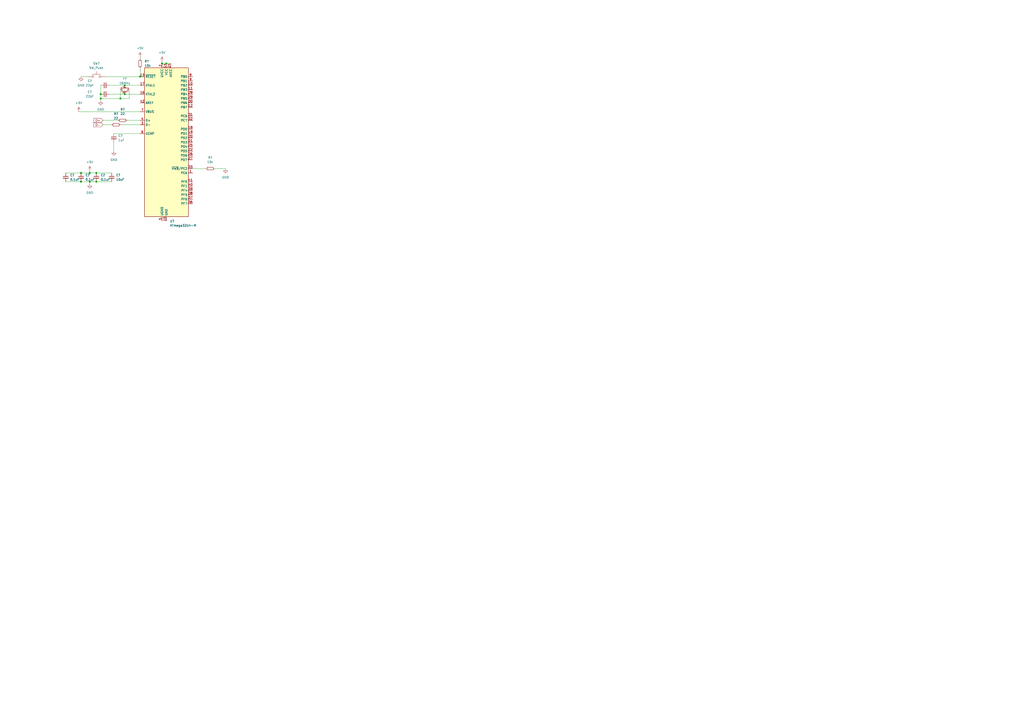
<source format=kicad_sch>
(kicad_sch (version 20211123) (generator eeschema)
  (paper "A2")
  (lib_symbols
    (symbol "Device:C_Small" (pin_numbers hide) (pin_names (offset 0.254) hide)
      (property "Reference" "C" (at 0.254 1.778 0))
      (property "Value" "C_Small" (at 0.254 -2.032 0))
      (symbol "C_Small_0_1"
        (polyline (pts (xy -1.524 -0.508) (xy 1.524 -0.508)) (stroke (width 0.3302)))
        (polyline (pts (xy -1.524 0.508) (xy 1.524 0.508)) (stroke (width 0.3048)))
      )
      (symbol "C_Small_1_1"
        (pin passive line (at 0 2.54 270) (length 2.032) (name "~") (number "1"))
        (pin passive line (at 0 -2.54 90) (length 2.032) (name "~") (number "2"))
      )
    )
    (symbol "Device:Crystal_GND24_Small" (pin_names (offset 1.016) hide)
      (property "Reference" "Y" (at 1.27 4.445 0))
      (property "Value" "Crystal_GND24_Small" (at 1.27 2.54 0))
      (symbol "Crystal_GND24_Small_0_1"
        (rectangle (start -0.762 -1.524) (end 0.762 1.524))
        (polyline (pts (xy -1.27 -0.762) (xy -1.27 0.762)) (stroke (width 0.381)))
        (polyline (pts (xy 1.27 -0.762) (xy 1.27 0.762)) (stroke (width 0.381)))
        (polyline (pts (xy -1.27 -1.27) (xy -1.27 -1.905) (xy 1.27 -1.905) (xy 1.27 -1.27)))
        (polyline (pts (xy -1.27 1.27) (xy -1.27 1.905) (xy 1.27 1.905) (xy 1.27 1.27)))
      )
      (symbol "Crystal_GND24_Small_1_1"
        (pin passive line (at -2.54 0 0) (length 1.27) (name "1") (number "1"))
        (pin passive line (at 0 -2.54 90) (length 0.635) (name "2") (number "2"))
        (pin passive line (at 2.54 0 180) (length 1.27) (name "3") (number "3"))
        (pin passive line (at 0 2.54 270) (length 0.635) (name "4") (number "4"))
      )
    )
    (symbol "Device:R_Small" (pin_numbers hide) (pin_names (offset 0.254) hide)
      (property "Reference" "R" (at 0.762 0.508 0))
      (property "Value" "R_Small" (at 0.762 -1.016 0))
      (symbol "R_Small_0_1"
        (rectangle (start -0.762 1.778) (end 0.762 -1.778) (stroke (width 0.2032)))
      )
      (symbol "R_Small_1_1"
        (pin passive line (at 0 2.54 270) (length 0.762) (name "~") (number "1"))
        (pin passive line (at 0 -2.54 90) (length 0.762) (name "~") (number "2"))
      )
    )
    (symbol "MCU_Microchip_ATmega:ATmega32U4-M"
      (property "Reference" "U" (at -12.7 44.45 0))
      (property "Value" "ATmega32U4-M" (at 2.54 -44.45 0))
      (symbol "ATmega32U4-M_0_1"
        (rectangle (start -12.7 -43.18) (end 12.7 43.18) (stroke (width 0.254)) (fill (type background)))
      )
      (symbol "ATmega32U4-M_1_1"
        (pin bidirectional line (at 15.24 -17.78 180) (length 2.54) (name "PE6") (number "1"))
        (pin bidirectional line (at 15.24 33.02 180) (length 2.54) (name "PB2") (number "10"))
        (pin bidirectional line (at 15.24 30.48 180) (length 2.54) (name "PB3") (number "11"))
        (pin bidirectional line (at 15.24 20.32 180) (length 2.54) (name "PB7") (number "12"))
        (pin input line (at -15.24 38.1 0) (length 2.54) (name "~{RESET}") (number "13"))
        (pin power_in line (at 0 45.72 270) (length 2.54) (name "VCC") (number "14"))
        (pin power_in line (at 0 -45.72 90) (length 2.54) (name "GND") (number "15"))
        (pin output line (at -15.24 27.94 0) (length 2.54) (name "XTAL2") (number "16"))
        (pin input line (at -15.24 33.02 0) (length 2.54) (name "XTAL1") (number "17"))
        (pin bidirectional line (at 15.24 7.62 180) (length 2.54) (name "PD0") (number "18"))
        (pin bidirectional line (at 15.24 5.08 180) (length 2.54) (name "PD1") (number "19"))
        (pin power_in line (at -2.54 45.72 270) (length 2.54) (name "UVCC") (number "2"))
        (pin bidirectional line (at 15.24 2.54 180) (length 2.54) (name "PD2") (number "20"))
        (pin bidirectional line (at 15.24 0 180) (length 2.54) (name "PD3") (number "21"))
        (pin bidirectional line (at 15.24 -5.08 180) (length 2.54) (name "PD5") (number "22"))
        (pin passive line (at 0 -45.72 90) (length 2.54) hide (name "GND") (number "23"))
        (pin power_in line (at 2.54 45.72 270) (length 2.54) (name "AVCC") (number "24"))
        (pin bidirectional line (at 15.24 -2.54 180) (length 2.54) (name "PD4") (number "25"))
        (pin bidirectional line (at 15.24 -7.62 180) (length 2.54) (name "PD6") (number "26"))
        (pin bidirectional line (at 15.24 -10.16 180) (length 2.54) (name "PD7") (number "27"))
        (pin bidirectional line (at 15.24 27.94 180) (length 2.54) (name "PB4") (number "28"))
        (pin bidirectional line (at 15.24 25.4 180) (length 2.54) (name "PB5") (number "29"))
        (pin bidirectional line (at -15.24 10.16 0) (length 2.54) (name "D-") (number "3"))
        (pin bidirectional line (at 15.24 22.86 180) (length 2.54) (name "PB6") (number "30"))
        (pin bidirectional line (at 15.24 15.24 180) (length 2.54) (name "PC6") (number "31"))
        (pin bidirectional line (at 15.24 12.7 180) (length 2.54) (name "PC7") (number "32"))
        (pin bidirectional line (at 15.24 -15.24 180) (length 2.54) (name "~{HWB}/PE2") (number "33"))
        (pin passive line (at 0 45.72 270) (length 2.54) hide (name "VCC") (number "34"))
        (pin passive line (at 0 -45.72 90) (length 2.54) hide (name "GND") (number "35"))
        (pin bidirectional line (at 15.24 -35.56 180) (length 2.54) (name "PF7") (number "36"))
        (pin bidirectional line (at 15.24 -33.02 180) (length 2.54) (name "PF6") (number "37"))
        (pin bidirectional line (at 15.24 -30.48 180) (length 2.54) (name "PF5") (number "38"))
        (pin bidirectional line (at 15.24 -27.94 180) (length 2.54) (name "PF4") (number "39"))
        (pin bidirectional line (at -15.24 12.7 0) (length 2.54) (name "D+") (number "4"))
        (pin bidirectional line (at 15.24 -25.4 180) (length 2.54) (name "PF1") (number "40"))
        (pin bidirectional line (at 15.24 -22.86 180) (length 2.54) (name "PF0") (number "41"))
        (pin passive line (at -15.24 22.86 0) (length 2.54) (name "AREF") (number "42"))
        (pin passive line (at 0 -45.72 90) (length 2.54) hide (name "GND") (number "43"))
        (pin passive line (at 2.54 45.72 270) (length 2.54) hide (name "AVCC") (number "44"))
        (pin passive line (at 0 -45.72 90) (length 2.54) hide (name "GND") (number "45"))
        (pin passive line (at -2.54 -45.72 90) (length 2.54) (name "UGND") (number "5"))
        (pin passive line (at -15.24 5.08 0) (length 2.54) (name "UCAP") (number "6"))
        (pin input line (at -15.24 17.78 0) (length 2.54) (name "VBUS") (number "7"))
        (pin bidirectional line (at 15.24 38.1 180) (length 2.54) (name "PB0") (number "8"))
        (pin bidirectional line (at 15.24 35.56 180) (length 2.54) (name "PB1") (number "9"))
      )
    )
    (symbol "Switch:SW_Push" (pin_numbers hide) (pin_names (offset 1.016) hide)
      (property "Reference" "SW" (at 1.27 2.54 0))
      (property "Value" "SW_Push" (at 0 -1.524 0))
      (symbol "SW_Push_0_1"
        (circle (center -2.032 0) (radius 0.508))
        (polyline (pts (xy 0 1.27) (xy 0 3.048)))
        (polyline (pts (xy 2.54 1.27) (xy -2.54 1.27)))
        (circle (center 2.032 0) (radius 0.508))
        (pin passive line (at -5.08 0 0) (length 2.54) (name "1") (number "1"))
        (pin passive line (at 5.08 0 180) (length 2.54) (name "2") (number "2"))
      )
    )
    (symbol "power:+5V" (power) (pin_names (offset 0))
      (property "Value" "+5V" (at 0 3.556 0))
      (symbol "+5V_0_1"
        (polyline (pts (xy -0.762 1.27) (xy 0 2.54)))
        (polyline (pts (xy 0 0) (xy 0 2.54)))
        (polyline (pts (xy 0 2.54) (xy 0.762 1.27)))
      )
      (symbol "+5V_1_1"
        (pin power_in line (at 0 0 90) (length 0) hide (name "+5V") (number "1"))
      )
    )
    (symbol "power:GND" (power) (pin_names (offset 0))
      (property "Value" "GND" (at 0 -3.81 0))
      (symbol "GND_0_1"
        (polyline (pts (xy 0 0) (xy 0 -1.27) (xy 1.27 -1.27) (xy 0 -2.54) (xy -1.27 -1.27) (xy 0 -1.27)))
      )
      (symbol "GND_1_1"
        (pin power_in line (at 0 0 270) (length 0) hide (name "GND") (number "1"))
      )
    )
  )
  (junction (at 81.28 44.45))
  (junction (at 69.85 57.15))
  (junction (at 72.39 54.61))
  (junction (at 58.42 54.61))
  (junction (at 96.52 36.83))
  (junction (at 52.07 105.41))
  (junction (at 46.99 100.33))
  (junction (at 55.88 105.41))
  (junction (at 55.88 100.33))
  (junction (at 93.98 36.83))
  (junction (at 46.99 105.41))
  (junction (at 52.07 100.33))
  (junction (at 72.39 49.53))
  (junction (at 58.42 57.15))
  (wire (pts (xy 38.1 100.33) (xy 46.99 100.33)))
  (wire (pts (xy 52.07 100.33) (xy 55.88 100.33)))
  (wire (pts (xy 66.04 77.47) (xy 81.28 77.47)))
  (wire (pts (xy 60.96 44.45) (xy 81.28 44.45)))
  (wire (pts (xy 69.85 57.15) (xy 69.85 52.07)))
  (wire (pts (xy 74.93 52.07) (xy 74.93 57.15)))
  (wire (pts (xy 58.42 57.15) (xy 58.42 58.42)))
  (wire (pts (xy 72.39 49.53) (xy 81.28 49.53)))
  (wire (pts (xy 72.39 54.61) (xy 81.28 54.61)))
  (wire (pts (xy 93.98 35.56) (xy 93.98 36.83)))
  (wire (pts (xy 69.85 72.39) (xy 81.28 72.39)))
  (wire (pts (xy 58.42 49.53) (xy 58.42 54.61)))
  (wire (pts (xy 63.5 54.61) (xy 72.39 54.61)))
  (wire (pts (xy 46.99 105.41) (xy 52.07 105.41)))
  (wire (pts (xy 46.99 44.45) (xy 50.8 44.45)))
  (wire (pts (xy 45.72 64.77) (xy 81.28 64.77)))
  (wire (pts (xy 52.07 105.41) (xy 52.07 106.68)))
  (wire (pts (xy 66.04 82.55) (xy 66.04 87.63)))
  (wire (pts (xy 38.1 105.41) (xy 46.99 105.41)))
  (wire (pts (xy 59.69 72.39) (xy 64.77 72.39)))
  (wire (pts (xy 74.93 57.15) (xy 69.85 57.15)))
  (wire (pts (xy 111.76 97.79) (xy 119.38 97.79)))
  (wire (pts (xy 99.06 36.83) (xy 96.52 36.83)))
  (wire (pts (xy 58.42 57.15) (xy 69.85 57.15)))
  (wire (pts (xy 52.07 105.41) (xy 55.88 105.41)))
  (wire (pts (xy 55.88 100.33) (xy 64.77 100.33)))
  (wire (pts (xy 81.28 39.37) (xy 81.28 44.45)))
  (wire (pts (xy 81.28 33.02) (xy 81.28 34.29)))
  (wire (pts (xy 63.5 49.53) (xy 72.39 49.53)))
  (wire (pts (xy 58.42 54.61) (xy 58.42 57.15)))
  (wire (pts (xy 52.07 99.06) (xy 52.07 100.33)))
  (wire (pts (xy 124.46 97.79) (xy 130.81 97.79)))
  (wire (pts (xy 55.88 105.41) (xy 64.77 105.41)))
  (wire (pts (xy 96.52 36.83) (xy 93.98 36.83)))
  (wire (pts (xy 59.69 69.85) (xy 68.58 69.85)))
  (wire (pts (xy 46.99 100.33) (xy 52.07 100.33)))
  (wire (pts (xy 73.66 69.85) (xy 81.28 69.85)))
  (global_label "D-" (shape input) (at 59.69 72.39 180) (property "Intersheet References" "${INTERSHEET_REFS}" (effects hide)))
  (global_label "D+" (shape input) (at 59.69 69.85 180) (property "Intersheet References" "${INTERSHEET_REFS}" (effects hide)))
  (symbol (lib_id "Device:C_Small") (at 38.1 102.87 0) (unit 1)
    (property "Reference" "C?" (at 40.64 101.6062 0) (effects (justify left)))
    (property "Value" "0.1uF" (at 40.64 104.1462 0) (effects (justify left)))
  )
  (symbol (lib_id "Device:C_Small") (at 55.88 102.87 0) (unit 1)
    (property "Reference" "C?" (at 58.42 101.6062 0) (effects (justify left)))
    (property "Value" "0.1uF" (at 58.42 104.1462 0) (effects (justify left)))
  )
  (symbol (lib_id "Device:R_Small") (at 71.12 69.85 90) (unit 1)
    (property "Reference" "R?" (at 71.12 63.5 90))
    (property "Value" "22" (at 71.12 66.04 90))
  )
  (symbol (lib_id "power:+5V") (at 93.98 35.56 0) (unit 1)
    (property "Reference" "#PWR?" (effects hide))
    (property "Value" "+5V" (at 93.98 30.48 0))
  )
  (symbol (lib_id "power:GND") (at 46.99 44.45 0) (unit 1)
    (property "Reference" "#PWR?" (effects hide))
    (property "Value" "GND" (at 46.99 49.53 0))
  )
  (symbol (lib_id "power:GND") (at 52.07 106.68 0) (unit 1)
    (property "Reference" "#PWR?" (effects hide))
    (property "Value" "GND" (at 52.07 111.76 0))
  )
  (symbol (lib_id "Device:C_Small") (at 66.04 80.01 0) (unit 1)
    (property "Reference" "C?" (at 68.58 78.7462 0) (effects (justify left)))
    (property "Value" "1uF" (at 68.58 81.2862 0) (effects (justify left)))
  )
  (symbol (lib_id "Device:C_Small") (at 60.96 49.53 90) (unit 1)
    (property "Reference" "C?" (at 52.07 46.99 90))
    (property "Value" "22pF" (at 52.07 49.53 90))
  )
  (symbol (lib_id "power:+5V") (at 81.28 33.02 0) (unit 1)
    (property "Reference" "#PWR?" (effects hide))
    (property "Value" "+5V" (at 81.28 27.94 0))
  )
  (symbol (lib_id "power:GND") (at 130.81 97.79 0) (unit 1)
    (property "Reference" "#PWR?" (effects hide))
    (property "Value" "GND" (at 130.81 102.87 0))
  )
  (symbol (lib_id "Device:C_Small") (at 46.99 102.87 0) (unit 1)
    (property "Reference" "C?" (at 49.53 101.6062 0) (effects (justify left)))
    (property "Value" "0.1uF" (at 49.53 104.1462 0) (effects (justify left)))
  )
  (symbol (lib_id "power:+5V") (at 52.07 99.06 0) (unit 1)
    (property "Reference" "#PWR?" (effects hide))
    (property "Value" "+5V" (at 52.07 93.98 0))
  )
  (symbol (lib_id "power:GND") (at 66.04 87.63 0) (unit 1)
    (property "Reference" "#PWR?" (effects hide))
    (property "Value" "GND" (at 66.04 92.71 0))
  )
  (symbol (lib_id "power:GND") (at 58.42 58.42 0) (unit 1)
    (property "Reference" "#PWR?" (effects hide))
    (property "Value" "GND" (at 58.42 63.5 0))
  )
  (symbol (lib_id "MCU_Microchip_ATmega:ATmega32U4-M") (at 96.52 82.55 0) (unit 1)
    (property "Reference" "U?" (at 98.5394 128.27 0) (effects (justify left)))
    (property "Value" "ATmega32U4-M" (at 98.5394 130.81 0) (effects (justify left)))
    (property "Footprint" "Package_DFN_QFN:QFN-44-1EP_7x7mm_P0.5mm_EP5.2x5.2mm" (effects hide))
    (property "Datasheet" "http://ww1.microchip.com/downloads/en/DeviceDoc/Atmel-7766-8-bit-AVR-ATmega16U4-32U4_Datasheet.pdf" (effects hide))
  )
  (symbol (lib_id "Device:C_Small") (at 60.96 54.61 90) (unit 1)
    (property "Reference" "C?" (at 52.07 53.34 90))
    (property "Value" "22pF" (at 52.07 55.88 90))
  )
  (symbol (lib_id "Device:Crystal_GND24_Small") (at 72.39 52.07 270) (unit 1)
    (property "Reference" "Y?" (at 72.39 45.72 90))
    (property "Value" "16MHz" (at 72.39 48.26 90))
  )
  (symbol (lib_id "Device:C_Small") (at 64.77 102.87 0) (unit 1)
    (property "Reference" "C?" (at 67.31 101.6062 0) (effects (justify left)))
    (property "Value" "10uF" (at 67.31 104.1462 0) (effects (justify left)))
  )
  (symbol (lib_id "Device:R_Small") (at 67.31 72.39 90) (unit 1)
    (property "Reference" "R?" (at 67.31 66.04 90))
    (property "Value" "22" (at 67.31 68.58 90))
  )
  (symbol (lib_id "Device:R_Small") (at 81.28 36.83 0) (unit 1)
    (property "Reference" "R?" (at 83.82 35.5599 0) (effects (justify left)))
    (property "Value" "10k" (at 83.82 38.0999 0) (effects (justify left)))
  )
  (symbol (lib_id "power:+5V") (at 45.72 64.77 0) (unit 1)
    (property "Reference" "#PWR?" (effects hide))
    (property "Value" "+5V" (at 45.72 59.69 0))
  )
  (symbol (lib_id "Device:R_Small") (at 121.92 97.79 90) (unit 1)
    (property "Reference" "R?" (at 121.92 91.44 90))
    (property "Value" "10k" (at 121.92 93.98 90))
  )
  (symbol (lib_id "Switch:SW_Push") (at 55.88 44.45 0) (unit 1)
    (property "Reference" "SW?" (at 55.88 36.83 0))
    (property "Value" "SW_Push" (at 55.88 39.37 0))
  )
)
</source>
